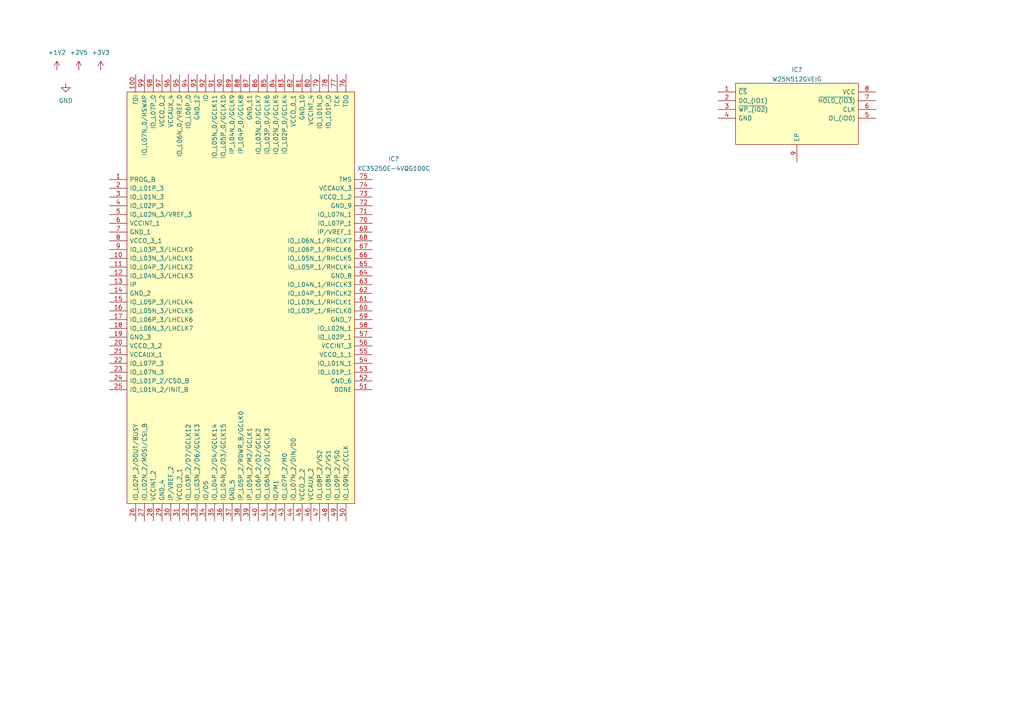
<source format=kicad_sch>
(kicad_sch (version 20211123) (generator eeschema)
  (paper "A4")
  (lib_symbols
    (symbol "fpga:W25N512GVEIG" (pin_names (offset 0.762))
      (property "Reference" "IC" (at 41.91 7.62 0))
      (property "Value" "W25N512GVEIG" (at 41.91 5.08 0))
      (symbol "W25N512GVEIG_0_0"
        (pin passive line (at 0 0 0) (length 5.08) (name "~{CS}") (number "1"))
        (pin passive line (at 0 -2.54 0) (length 5.08) (name "DO_(IO1)") (number "2"))
        (pin passive line (at 0 -5.08 0) (length 5.08) (name "~{WP_(IO2})") (number "3"))
        (pin passive line (at 0 -7.62 0) (length 5.08) (name "GND") (number "4"))
        (pin passive line (at 45.72 -7.62 180) (length 5.08) (name "DI_(IO0)") (number "5"))
        (pin passive line (at 45.72 -5.08 180) (length 5.08) (name "CLK") (number "6"))
        (pin passive line (at 45.72 -2.54 180) (length 5.08) (name "~{HOLD_(IO3})") (number "7"))
        (pin passive line (at 45.72 0 180) (length 5.08) (name "VCC") (number "8"))
        (pin passive line (at 22.86 -20.32 90) (length 5.08) (name "EP") (number "9"))
      )
      (symbol "W25N512GVEIG_0_1"
        (polyline (pts (xy 5.08 2.54) (xy 40.64 2.54) (xy 40.64 -15.24) (xy 5.08 -15.24) (xy 5.08 2.54)) (stroke (width 0.1524)) (fill (type background)))
      )
    )
    (symbol "fpga:XC3S250E-4VQG100C" (pin_names (offset 0.762))
      (property "Reference" "IC" (at 72.39 30.48 0))
      (property "Value" "XC3S250E-4VQG100C" (at 72.39 27.94 0))
      (symbol "XC3S250E-4VQG100C_0_0"
        (pin passive line (at 0 0 0) (length 5.08) (name "PROG_B") (number "1"))
        (pin passive line (at 0 -22.86 0) (length 5.08) (name "IO_L03N_3/LHCLK1") (number "10"))
        (pin passive line (at 7.62 30.48 270) (length 5.08) (name "TDI") (number "100"))
        (pin passive line (at 0 -25.4 0) (length 5.08) (name "IO_L04P_3/LHCLK2") (number "11"))
        (pin passive line (at 0 -27.94 0) (length 5.08) (name "IO_L04N_3/LHCLK3") (number "12"))
        (pin passive line (at 0 -30.48 0) (length 5.08) (name "IP") (number "13"))
        (pin passive line (at 0 -33.02 0) (length 5.08) (name "GND_2") (number "14"))
        (pin passive line (at 0 -35.56 0) (length 5.08) (name "IO_L05P_3/LHCLK4") (number "15"))
        (pin passive line (at 0 -38.1 0) (length 5.08) (name "IO_L05N_3/LHCLK5") (number "16"))
        (pin passive line (at 0 -40.64 0) (length 5.08) (name "IO_L06P_3/LHCLK6") (number "17"))
        (pin passive line (at 0 -43.18 0) (length 5.08) (name "IO_L06N_3/LHCLK7") (number "18"))
        (pin passive line (at 0 -45.72 0) (length 5.08) (name "GND_3") (number "19"))
        (pin passive line (at 0 -2.54 0) (length 5.08) (name "IO_L01P_3") (number "2"))
        (pin passive line (at 0 -48.26 0) (length 5.08) (name "VCCO_3_2") (number "20"))
        (pin passive line (at 0 -50.8 0) (length 5.08) (name "VCCAUX_1") (number "21"))
        (pin passive line (at 0 -53.34 0) (length 5.08) (name "IO_L07P_3") (number "22"))
        (pin passive line (at 0 -55.88 0) (length 5.08) (name "IO_L07N_3") (number "23"))
        (pin passive line (at 0 -58.42 0) (length 5.08) (name "IO_L01P_2/CSO_B") (number "24"))
        (pin passive line (at 0 -60.96 0) (length 5.08) (name "IO_L01N_2/INIT_B") (number "25"))
        (pin passive line (at 7.62 -99.06 90) (length 5.08) (name "IO_L02P_2/DOUT/BUSY") (number "26"))
        (pin passive line (at 10.16 -99.06 90) (length 5.08) (name "IO_L02N_2/MOSI/CSI_B") (number "27"))
        (pin passive line (at 12.7 -99.06 90) (length 5.08) (name "VCCINT_2") (number "28"))
        (pin passive line (at 15.24 -99.06 90) (length 5.08) (name "GND_4") (number "29"))
        (pin passive line (at 0 -5.08 0) (length 5.08) (name "IO_L01N_3") (number "3"))
        (pin passive line (at 17.78 -99.06 90) (length 5.08) (name "IP/VREF_2") (number "30"))
        (pin passive line (at 20.32 -99.06 90) (length 5.08) (name "VCCO_2_1") (number "31"))
        (pin passive line (at 22.86 -99.06 90) (length 5.08) (name "IO_L03P_2/D7/GCLK12") (number "32"))
        (pin passive line (at 25.4 -99.06 90) (length 5.08) (name "IO_L03N_2/D6/GCLK13") (number "33"))
        (pin passive line (at 27.94 -99.06 90) (length 5.08) (name "IO/D5") (number "34"))
        (pin passive line (at 30.48 -99.06 90) (length 5.08) (name "IO_L04P_2/D4/GCLK14") (number "35"))
        (pin passive line (at 33.02 -99.06 90) (length 5.08) (name "IO_L04N_2/D3/GCLK15") (number "36"))
        (pin passive line (at 35.56 -99.06 90) (length 5.08) (name "GND_5") (number "37"))
        (pin passive line (at 38.1 -99.06 90) (length 5.08) (name "IP_L05P_2/RDWR_B/GCLK0") (number "38"))
        (pin passive line (at 40.64 -99.06 90) (length 5.08) (name "IP_L05N_2/M2/GCLK1") (number "39"))
        (pin passive line (at 0 -7.62 0) (length 5.08) (name "IO_L02P_3") (number "4"))
        (pin passive line (at 43.18 -99.06 90) (length 5.08) (name "IO_L06P_2/D2/GCLK2") (number "40"))
        (pin passive line (at 45.72 -99.06 90) (length 5.08) (name "IO_L06N_2/D1/GCLK3") (number "41"))
        (pin passive line (at 48.26 -99.06 90) (length 5.08) (name "IO/M1") (number "42"))
        (pin passive line (at 50.8 -99.06 90) (length 5.08) (name "IO_L07P_2/M0") (number "43"))
        (pin passive line (at 53.34 -99.06 90) (length 5.08) (name "IO_L07N_2/DIN/D0") (number "44"))
        (pin passive line (at 55.88 -99.06 90) (length 5.08) (name "VCCO_2_2") (number "45"))
        (pin passive line (at 58.42 -99.06 90) (length 5.08) (name "VCCAUX_2") (number "46"))
        (pin passive line (at 60.96 -99.06 90) (length 5.08) (name "IO_L08P_2/VS2") (number "47"))
        (pin passive line (at 63.5 -99.06 90) (length 5.08) (name "IO_L08N_2/VS1") (number "48"))
        (pin passive line (at 66.04 -99.06 90) (length 5.08) (name "IO_L09P_2/VS0") (number "49"))
        (pin passive line (at 0 -10.16 0) (length 5.08) (name "IO_L02N_3/VREF_3") (number "5"))
        (pin passive line (at 68.58 -99.06 90) (length 5.08) (name "IO_L09N_2/CCLK") (number "50"))
        (pin passive line (at 76.2 -60.96 180) (length 5.08) (name "DONE") (number "51"))
        (pin passive line (at 76.2 -58.42 180) (length 5.08) (name "GND_6") (number "52"))
        (pin passive line (at 76.2 -55.88 180) (length 5.08) (name "IO_L01P_1") (number "53"))
        (pin passive line (at 76.2 -53.34 180) (length 5.08) (name "IO_L01N_1") (number "54"))
        (pin passive line (at 76.2 -50.8 180) (length 5.08) (name "VCCO_1_1") (number "55"))
        (pin passive line (at 76.2 -48.26 180) (length 5.08) (name "VCCINT_3") (number "56"))
        (pin passive line (at 76.2 -45.72 180) (length 5.08) (name "IO_L02P_1") (number "57"))
        (pin passive line (at 76.2 -43.18 180) (length 5.08) (name "IO_L02N_1") (number "58"))
        (pin passive line (at 76.2 -40.64 180) (length 5.08) (name "GND_7") (number "59"))
        (pin passive line (at 0 -12.7 0) (length 5.08) (name "VCCINT_1") (number "6"))
        (pin passive line (at 76.2 -38.1 180) (length 5.08) (name "IO_L03P_1/RHCLK0") (number "60"))
        (pin passive line (at 76.2 -35.56 180) (length 5.08) (name "IO_L03N_1/RHCLK1") (number "61"))
        (pin passive line (at 76.2 -33.02 180) (length 5.08) (name "IO_L04P_1/RHCLK2") (number "62"))
        (pin passive line (at 76.2 -30.48 180) (length 5.08) (name "IO_L04N_1/RHCLK3") (number "63"))
        (pin passive line (at 76.2 -27.94 180) (length 5.08) (name "GND_8") (number "64"))
        (pin passive line (at 76.2 -25.4 180) (length 5.08) (name "IO_L05P_1/RHCLK4") (number "65"))
        (pin passive line (at 76.2 -22.86 180) (length 5.08) (name "IO_L05N_1/RHCLK5") (number "66"))
        (pin passive line (at 76.2 -20.32 180) (length 5.08) (name "IO_L06P_1/RHCLK6") (number "67"))
        (pin passive line (at 76.2 -17.78 180) (length 5.08) (name "IO_L06N_1/RHCLK7") (number "68"))
        (pin passive line (at 76.2 -15.24 180) (length 5.08) (name "IP/VREF_1") (number "69"))
        (pin passive line (at 0 -15.24 0) (length 5.08) (name "GND_1") (number "7"))
        (pin passive line (at 76.2 -12.7 180) (length 5.08) (name "IO_L07P_1") (number "70"))
        (pin passive line (at 76.2 -10.16 180) (length 5.08) (name "IO_L07N_1") (number "71"))
        (pin passive line (at 76.2 -7.62 180) (length 5.08) (name "GND_9") (number "72"))
        (pin passive line (at 76.2 -5.08 180) (length 5.08) (name "VCCO_1_2") (number "73"))
        (pin passive line (at 76.2 -2.54 180) (length 5.08) (name "VCCAUX_3") (number "74"))
        (pin passive line (at 76.2 0 180) (length 5.08) (name "TMS") (number "75"))
        (pin passive line (at 68.58 30.48 270) (length 5.08) (name "TDO") (number "76"))
        (pin passive line (at 66.04 30.48 270) (length 5.08) (name "TCK") (number "77"))
        (pin passive line (at 63.5 30.48 270) (length 5.08) (name "IO_L01P_0") (number "78"))
        (pin passive line (at 60.96 30.48 270) (length 5.08) (name "IO_L01N_0") (number "79"))
        (pin passive line (at 0 -17.78 0) (length 5.08) (name "VCCO_3_1") (number "8"))
        (pin passive line (at 58.42 30.48 270) (length 5.08) (name "VCCINT_4") (number "80"))
        (pin passive line (at 55.88 30.48 270) (length 5.08) (name "GND_10") (number "81"))
        (pin passive line (at 53.34 30.48 270) (length 5.08) (name "VCCO_0_1") (number "82"))
        (pin passive line (at 50.8 30.48 270) (length 5.08) (name "IO_L02P_0/GCLK4") (number "83"))
        (pin passive line (at 48.26 30.48 270) (length 5.08) (name "IO_L02N_0/GCLK5") (number "84"))
        (pin passive line (at 45.72 30.48 270) (length 5.08) (name "IO_L03P_0/GCLK6") (number "85"))
        (pin passive line (at 43.18 30.48 270) (length 5.08) (name "IO_L03N_0/GCLK7") (number "86"))
        (pin passive line (at 40.64 30.48 270) (length 5.08) (name "GND_11") (number "87"))
        (pin passive line (at 38.1 30.48 270) (length 5.08) (name "IP_L04P_0/GCLK8") (number "88"))
        (pin passive line (at 35.56 30.48 270) (length 5.08) (name "IP_L04N_0/GCLK9") (number "89"))
        (pin passive line (at 0 -20.32 0) (length 5.08) (name "IO_L03P_3/LHCLK0") (number "9"))
        (pin passive line (at 33.02 30.48 270) (length 5.08) (name "IO_L05P_0/GCLK10") (number "90"))
        (pin passive line (at 30.48 30.48 270) (length 5.08) (name "IO_L05N_0/GCLK11") (number "91"))
        (pin passive line (at 27.94 30.48 270) (length 5.08) (name "IO") (number "92"))
        (pin passive line (at 25.4 30.48 270) (length 5.08) (name "GND_12") (number "93"))
        (pin passive line (at 22.86 30.48 270) (length 5.08) (name "IO_L06P_0") (number "94"))
        (pin passive line (at 20.32 30.48 270) (length 5.08) (name "IO_L06N_0/VREF_0") (number "95"))
        (pin passive line (at 17.78 30.48 270) (length 5.08) (name "VCCAUX_4") (number "96"))
        (pin passive line (at 15.24 30.48 270) (length 5.08) (name "VCCO_0_2") (number "97"))
        (pin passive line (at 12.7 30.48 270) (length 5.08) (name "IO_L07P_0") (number "98"))
        (pin passive line (at 10.16 30.48 270) (length 5.08) (name "IO_L07N_0/HSWAP") (number "99"))
      )
      (symbol "XC3S250E-4VQG100C_0_1"
        (polyline (pts (xy 5.08 25.4) (xy 71.12 25.4) (xy 71.12 -93.98) (xy 5.08 -93.98) (xy 5.08 25.4)) (stroke (width 0.1524)) (fill (type background)))
      )
    )
    (symbol "power:+1V2" (power) (pin_names (offset 0))
      (property "Value" "+1V2" (at 0 3.556 0))
      (symbol "+1V2_0_1"
        (polyline (pts (xy -0.762 1.27) (xy 0 2.54)))
        (polyline (pts (xy 0 0) (xy 0 2.54)))
        (polyline (pts (xy 0 2.54) (xy 0.762 1.27)))
      )
      (symbol "+1V2_1_1"
        (pin power_in line (at 0 0 90) (length 0) hide (name "+1V2") (number "1"))
      )
    )
    (symbol "power:+2V5" (power) (pin_names (offset 0))
      (property "Value" "+2V5" (at 0 3.556 0))
      (symbol "+2V5_0_1"
        (polyline (pts (xy -0.762 1.27) (xy 0 2.54)))
        (polyline (pts (xy 0 0) (xy 0 2.54)))
        (polyline (pts (xy 0 2.54) (xy 0.762 1.27)))
      )
      (symbol "+2V5_1_1"
        (pin power_in line (at 0 0 90) (length 0) hide (name "+2V5") (number "1"))
      )
    )
    (symbol "power:+3V3" (power) (pin_names (offset 0))
      (property "Value" "+3V3" (at 0 3.556 0))
      (symbol "+3V3_0_1"
        (polyline (pts (xy -0.762 1.27) (xy 0 2.54)))
        (polyline (pts (xy 0 0) (xy 0 2.54)))
        (polyline (pts (xy 0 2.54) (xy 0.762 1.27)))
      )
      (symbol "+3V3_1_1"
        (pin power_in line (at 0 0 90) (length 0) hide (name "+3V3") (number "1"))
      )
    )
    (symbol "power:GND" (power) (pin_names (offset 0))
      (property "Value" "GND" (at 0 -3.81 0))
      (symbol "GND_0_1"
        (polyline (pts (xy 0 0) (xy 0 -1.27) (xy 1.27 -1.27) (xy 0 -2.54) (xy -1.27 -1.27) (xy 0 -1.27)))
      )
      (symbol "GND_1_1"
        (pin power_in line (at 0 0 270) (length 0) hide (name "GND") (number "1"))
      )
    )
  )
  (symbol (lib_id "power:+3V3") (at 29.21 20.32 0) (unit 1)
    (property "Reference" "#PWR?" (effects hide))
    (property "Value" "+3V3" (at 29.21 15.24 0))
  )
  (symbol (lib_id "power:+1V2") (at 16.51 20.32 0) (unit 1)
    (property "Reference" "#PWR?" (effects hide))
    (property "Value" "+1V2" (at 16.51 15.24 0))
  )
  (symbol (lib_id "fpga:XC3S250E-4VQG100C") (at 31.75 52.07 0) (unit 1)
    (property "Reference" "IC?" (at 114.1834 46.0967 0))
    (property "Value" "XC3S250E-4VQG100C" (at 114.1834 48.8718 0))
    (property "Footprint" "fpga:QFP50P1600X1600X120-100N" (effects hide))
    (property "Datasheet" "https://www.xilinx.com/support/documentation/data_sheets/ds312.pdf" (effects hide))
    (property "Description" "FPGA - Field Programmable Gate Array XC3S250E-4VQG100C" (effects hide))
    (property "Height" "1.2" (effects hide))
    (property "Mouser Part Number" "217-C3S250E-4VQG100C" (effects hide))
    (property "Mouser Price/Stock" "https://www.mouser.co.uk/ProductDetail/Xilinx/XC3S250E-4VQG100C?qs=rrS6PyfT74eVjqt4oMmJ0A%3D%3D" (effects hide))
    (property "Manufacturer_Name" "XILINX" (effects hide))
    (property "Manufacturer_Part_Number" "XC3S250E-4VQG100C" (effects hide))
  )
  (symbol (lib_id "power:GND") (at 19.05 24.13 0) (unit 1)
    (property "Reference" "#PWR?" (effects hide))
    (property "Value" "GND" (at 19.05 29.21 0))
  )
  (symbol (lib_id "power:+2V5") (at 22.86 20.32 0) (unit 1)
    (property "Reference" "#PWR?" (effects hide))
    (property "Value" "+2V5" (at 22.86 15.24 0))
  )
  (symbol (lib_id "fpga:W25N512GVEIG") (at 208.28 26.67 0) (unit 1)
    (property "Reference" "IC?" (at 231.14 20.2143 0))
    (property "Value" "W25N512GVEIG" (at 231.14 22.9894 0))
    (property "Footprint" "fpga:SON127P800X600X80-9N-D" (effects hide))
    (property "Datasheet" "https://www.winbond.com/resource-files/w25n512gv%20rev%20c%20112118.pdf" (effects hide))
    (property "Description" "NAND Flash 512Mb Serial NAND flash, 3V" (effects hide))
    (property "Height" "0.8" (effects hide))
    (property "Mouser Part Number" "454-W25N512GVEIG" (effects hide))
    (property "Mouser Price/Stock" "https://www.mouser.co.uk/ProductDetail/Winbond/W25N512GVEIG?qs=qSfuJ%252Bfl%2Fd5ygZJQb1vhdQ%3D%3D" (effects hide))
    (property "Manufacturer_Name" "Winbond" (effects hide))
    (property "Manufacturer_Part_Number" "W25N512GVEIG" (effects hide))
  )
)
</source>
